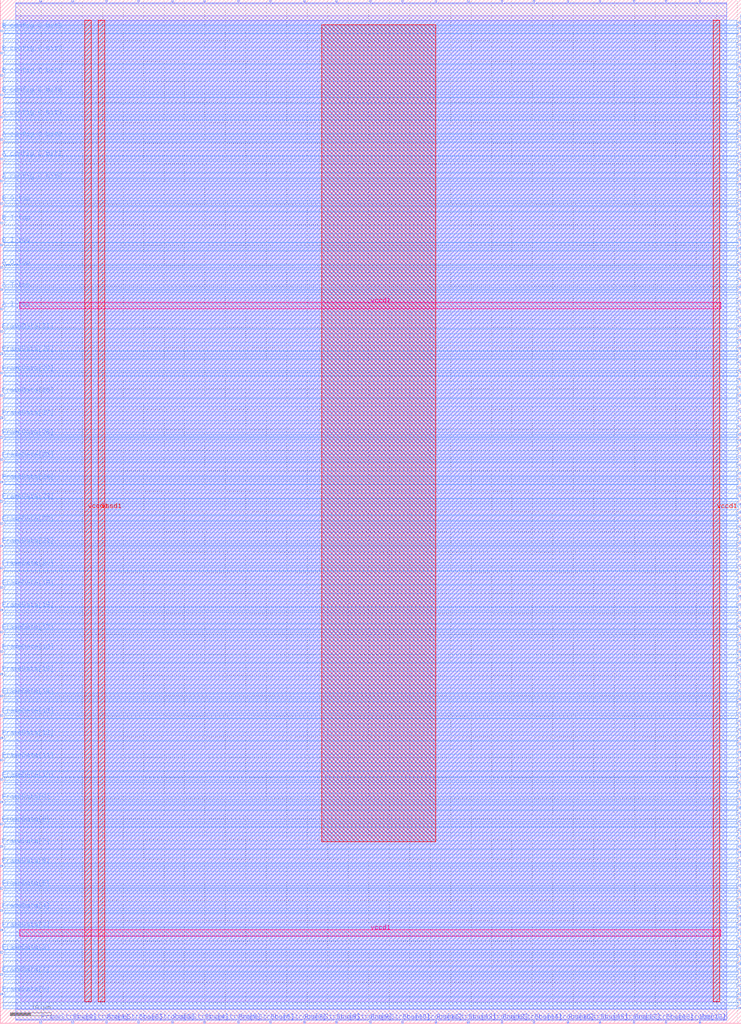
<source format=lef>
VERSION 5.7 ;
  NOWIREEXTENSIONATPIN ON ;
  DIVIDERCHAR "/" ;
  BUSBITCHARS "[]" ;
MACRO W_IO
  CLASS BLOCK ;
  FOREIGN W_IO ;
  ORIGIN 0.000 0.000 ;
  SIZE 181.000 BY 250.000 ;
  PIN A_I_top
    DIRECTION OUTPUT TRISTATE ;
    USE SIGNAL ;
    ANTENNADIFFAREA 0.795200 ;
    PORT
      LAYER met3 ;
        RECT 0.000 174.230 0.700 174.610 ;
    END
  END A_I_top
  PIN A_O_top
    DIRECTION INPUT ;
    USE SIGNAL ;
    ANTENNAGATEAREA 0.159000 ;
    PORT
      LAYER met3 ;
        RECT 0.000 184.430 0.700 184.810 ;
    END
  END A_O_top
  PIN A_T_top
    DIRECTION OUTPUT TRISTATE ;
    USE SIGNAL ;
    ANTENNADIFFAREA 0.795200 ;
    PORT
      LAYER met3 ;
        RECT 0.000 178.990 0.700 179.370 ;
    END
  END A_T_top
  PIN A_config_C_bit0
    DIRECTION OUTPUT TRISTATE ;
    USE SIGNAL ;
    ANTENNADIFFAREA 0.795200 ;
    PORT
      LAYER met3 ;
        RECT 0.000 205.510 0.700 205.890 ;
    END
  END A_config_C_bit0
  PIN A_config_C_bit1
    DIRECTION OUTPUT TRISTATE ;
    USE SIGNAL ;
    ANTENNADIFFAREA 0.795200 ;
    PORT
      LAYER met3 ;
        RECT 0.000 210.950 0.700 211.330 ;
    END
  END A_config_C_bit1
  PIN A_config_C_bit2
    DIRECTION OUTPUT TRISTATE ;
    USE SIGNAL ;
    ANTENNADIFFAREA 0.795200 ;
    PORT
      LAYER met3 ;
        RECT 0.000 215.710 0.700 216.090 ;
    END
  END A_config_C_bit2
  PIN A_config_C_bit3
    DIRECTION OUTPUT TRISTATE ;
    USE SIGNAL ;
    ANTENNADIFFAREA 0.795200 ;
    PORT
      LAYER met3 ;
        RECT 0.000 221.150 0.700 221.530 ;
    END
  END A_config_C_bit3
  PIN B_I_top
    DIRECTION OUTPUT TRISTATE ;
    USE SIGNAL ;
    ANTENNADIFFAREA 0.795200 ;
    PORT
      LAYER met3 ;
        RECT 0.000 189.870 0.700 190.250 ;
    END
  END B_I_top
  PIN B_O_top
    DIRECTION INPUT ;
    USE SIGNAL ;
    ANTENNAGATEAREA 0.159000 ;
    PORT
      LAYER met3 ;
        RECT 0.000 200.070 0.700 200.450 ;
    END
  END B_O_top
  PIN B_T_top
    DIRECTION OUTPUT TRISTATE ;
    USE SIGNAL ;
    ANTENNADIFFAREA 0.795200 ;
    PORT
      LAYER met3 ;
        RECT 0.000 195.310 0.700 195.690 ;
    END
  END B_T_top
  PIN B_config_C_bit0
    DIRECTION OUTPUT TRISTATE ;
    USE SIGNAL ;
    ANTENNADIFFAREA 0.795200 ;
    PORT
      LAYER met3 ;
        RECT 0.000 226.590 0.700 226.970 ;
    END
  END B_config_C_bit0
  PIN B_config_C_bit1
    DIRECTION OUTPUT TRISTATE ;
    USE SIGNAL ;
    ANTENNADIFFAREA 0.795200 ;
    PORT
      LAYER met3 ;
        RECT 0.000 231.350 0.700 231.730 ;
    END
  END B_config_C_bit1
  PIN B_config_C_bit2
    DIRECTION OUTPUT TRISTATE ;
    USE SIGNAL ;
    ANTENNADIFFAREA 0.795200 ;
    PORT
      LAYER met3 ;
        RECT 0.000 236.790 0.700 237.170 ;
    END
  END B_config_C_bit2
  PIN B_config_C_bit3
    DIRECTION OUTPUT TRISTATE ;
    USE SIGNAL ;
    ANTENNADIFFAREA 0.795200 ;
    PORT
      LAYER met3 ;
        RECT 0.000 242.230 0.700 242.610 ;
    END
  END B_config_C_bit3
  PIN E1BEG[0]
    DIRECTION OUTPUT TRISTATE ;
    USE SIGNAL ;
    ANTENNADIFFAREA 0.795200 ;
    PORT
      LAYER met3 ;
        RECT 180.300 3.550 181.000 3.930 ;
    END
  END E1BEG[0]
  PIN E1BEG[1]
    DIRECTION OUTPUT TRISTATE ;
    USE SIGNAL ;
    ANTENNADIFFAREA 0.795200 ;
    PORT
      LAYER met3 ;
        RECT 180.300 5.590 181.000 5.970 ;
    END
  END E1BEG[1]
  PIN E1BEG[2]
    DIRECTION OUTPUT TRISTATE ;
    USE SIGNAL ;
    ANTENNADIFFAREA 0.795200 ;
    PORT
      LAYER met3 ;
        RECT 180.300 6.950 181.000 7.330 ;
    END
  END E1BEG[2]
  PIN E1BEG[3]
    DIRECTION OUTPUT TRISTATE ;
    USE SIGNAL ;
    ANTENNADIFFAREA 0.445500 ;
    PORT
      LAYER met3 ;
        RECT 180.300 8.990 181.000 9.370 ;
    END
  END E1BEG[3]
  PIN E2BEG[0]
    DIRECTION OUTPUT TRISTATE ;
    USE SIGNAL ;
    ANTENNADIFFAREA 0.795200 ;
    PORT
      LAYER met3 ;
        RECT 180.300 11.030 181.000 11.410 ;
    END
  END E2BEG[0]
  PIN E2BEG[1]
    DIRECTION OUTPUT TRISTATE ;
    USE SIGNAL ;
    ANTENNADIFFAREA 0.795200 ;
    PORT
      LAYER met3 ;
        RECT 180.300 13.070 181.000 13.450 ;
    END
  END E2BEG[1]
  PIN E2BEG[2]
    DIRECTION OUTPUT TRISTATE ;
    USE SIGNAL ;
    ANTENNADIFFAREA 0.795200 ;
    PORT
      LAYER met3 ;
        RECT 180.300 14.430 181.000 14.810 ;
    END
  END E2BEG[2]
  PIN E2BEG[3]
    DIRECTION OUTPUT TRISTATE ;
    USE SIGNAL ;
    ANTENNADIFFAREA 0.795200 ;
    PORT
      LAYER met3 ;
        RECT 180.300 16.470 181.000 16.850 ;
    END
  END E2BEG[3]
  PIN E2BEG[4]
    DIRECTION OUTPUT TRISTATE ;
    USE SIGNAL ;
    ANTENNADIFFAREA 0.795200 ;
    PORT
      LAYER met3 ;
        RECT 180.300 18.510 181.000 18.890 ;
    END
  END E2BEG[4]
  PIN E2BEG[5]
    DIRECTION OUTPUT TRISTATE ;
    USE SIGNAL ;
    ANTENNADIFFAREA 0.795200 ;
    PORT
      LAYER met3 ;
        RECT 180.300 20.550 181.000 20.930 ;
    END
  END E2BEG[5]
  PIN E2BEG[6]
    DIRECTION OUTPUT TRISTATE ;
    USE SIGNAL ;
    ANTENNADIFFAREA 0.795200 ;
    PORT
      LAYER met3 ;
        RECT 180.300 22.590 181.000 22.970 ;
    END
  END E2BEG[6]
  PIN E2BEG[7]
    DIRECTION OUTPUT TRISTATE ;
    USE SIGNAL ;
    ANTENNADIFFAREA 0.795200 ;
    PORT
      LAYER met3 ;
        RECT 180.300 23.950 181.000 24.330 ;
    END
  END E2BEG[7]
  PIN E2BEGb[0]
    DIRECTION OUTPUT TRISTATE ;
    USE SIGNAL ;
    ANTENNADIFFAREA 0.445500 ;
    PORT
      LAYER met3 ;
        RECT 180.300 25.990 181.000 26.370 ;
    END
  END E2BEGb[0]
  PIN E2BEGb[1]
    DIRECTION OUTPUT TRISTATE ;
    USE SIGNAL ;
    ANTENNADIFFAREA 0.795200 ;
    PORT
      LAYER met3 ;
        RECT 180.300 28.030 181.000 28.410 ;
    END
  END E2BEGb[1]
  PIN E2BEGb[2]
    DIRECTION OUTPUT TRISTATE ;
    USE SIGNAL ;
    ANTENNADIFFAREA 0.795200 ;
    PORT
      LAYER met3 ;
        RECT 180.300 30.070 181.000 30.450 ;
    END
  END E2BEGb[2]
  PIN E2BEGb[3]
    DIRECTION OUTPUT TRISTATE ;
    USE SIGNAL ;
    ANTENNADIFFAREA 0.445500 ;
    PORT
      LAYER met3 ;
        RECT 180.300 32.110 181.000 32.490 ;
    END
  END E2BEGb[3]
  PIN E2BEGb[4]
    DIRECTION OUTPUT TRISTATE ;
    USE SIGNAL ;
    ANTENNADIFFAREA 0.795200 ;
    PORT
      LAYER met3 ;
        RECT 180.300 33.470 181.000 33.850 ;
    END
  END E2BEGb[4]
  PIN E2BEGb[5]
    DIRECTION OUTPUT TRISTATE ;
    USE SIGNAL ;
    ANTENNADIFFAREA 0.445500 ;
    PORT
      LAYER met3 ;
        RECT 180.300 35.510 181.000 35.890 ;
    END
  END E2BEGb[5]
  PIN E2BEGb[6]
    DIRECTION OUTPUT TRISTATE ;
    USE SIGNAL ;
    ANTENNADIFFAREA 0.795200 ;
    PORT
      LAYER met3 ;
        RECT 180.300 37.550 181.000 37.930 ;
    END
  END E2BEGb[6]
  PIN E2BEGb[7]
    DIRECTION OUTPUT TRISTATE ;
    USE SIGNAL ;
    ANTENNADIFFAREA 0.795200 ;
    PORT
      LAYER met3 ;
        RECT 180.300 39.590 181.000 39.970 ;
    END
  END E2BEGb[7]
  PIN E6BEG[0]
    DIRECTION OUTPUT TRISTATE ;
    USE SIGNAL ;
    ANTENNADIFFAREA 0.795200 ;
    PORT
      LAYER met3 ;
        RECT 180.300 71.550 181.000 71.930 ;
    END
  END E6BEG[0]
  PIN E6BEG[10]
    DIRECTION OUTPUT TRISTATE ;
    USE SIGNAL ;
    ANTENNADIFFAREA 0.445500 ;
    PORT
      LAYER met3 ;
        RECT 180.300 90.590 181.000 90.970 ;
    END
  END E6BEG[10]
  PIN E6BEG[11]
    DIRECTION OUTPUT TRISTATE ;
    USE SIGNAL ;
    ANTENNADIFFAREA 0.795200 ;
    PORT
      LAYER met3 ;
        RECT 180.300 92.630 181.000 93.010 ;
    END
  END E6BEG[11]
  PIN E6BEG[1]
    DIRECTION OUTPUT TRISTATE ;
    USE SIGNAL ;
    ANTENNADIFFAREA 0.445500 ;
    PORT
      LAYER met3 ;
        RECT 180.300 73.590 181.000 73.970 ;
    END
  END E6BEG[1]
  PIN E6BEG[2]
    DIRECTION OUTPUT TRISTATE ;
    USE SIGNAL ;
    ANTENNADIFFAREA 0.795200 ;
    PORT
      LAYER met3 ;
        RECT 180.300 75.630 181.000 76.010 ;
    END
  END E6BEG[2]
  PIN E6BEG[3]
    DIRECTION OUTPUT TRISTATE ;
    USE SIGNAL ;
    ANTENNADIFFAREA 0.795200 ;
    PORT
      LAYER met3 ;
        RECT 180.300 77.670 181.000 78.050 ;
    END
  END E6BEG[3]
  PIN E6BEG[4]
    DIRECTION OUTPUT TRISTATE ;
    USE SIGNAL ;
    ANTENNADIFFAREA 0.445500 ;
    PORT
      LAYER met3 ;
        RECT 180.300 79.030 181.000 79.410 ;
    END
  END E6BEG[4]
  PIN E6BEG[5]
    DIRECTION OUTPUT TRISTATE ;
    USE SIGNAL ;
    ANTENNADIFFAREA 0.795200 ;
    PORT
      LAYER met3 ;
        RECT 180.300 81.070 181.000 81.450 ;
    END
  END E6BEG[5]
  PIN E6BEG[6]
    DIRECTION OUTPUT TRISTATE ;
    USE SIGNAL ;
    ANTENNADIFFAREA 0.795200 ;
    PORT
      LAYER met3 ;
        RECT 180.300 83.110 181.000 83.490 ;
    END
  END E6BEG[6]
  PIN E6BEG[7]
    DIRECTION OUTPUT TRISTATE ;
    USE SIGNAL ;
    ANTENNADIFFAREA 0.445500 ;
    PORT
      LAYER met3 ;
        RECT 180.300 85.150 181.000 85.530 ;
    END
  END E6BEG[7]
  PIN E6BEG[8]
    DIRECTION OUTPUT TRISTATE ;
    USE SIGNAL ;
    ANTENNADIFFAREA 0.795200 ;
    PORT
      LAYER met3 ;
        RECT 180.300 87.190 181.000 87.570 ;
    END
  END E6BEG[8]
  PIN E6BEG[9]
    DIRECTION OUTPUT TRISTATE ;
    USE SIGNAL ;
    ANTENNADIFFAREA 0.795200 ;
    PORT
      LAYER met3 ;
        RECT 180.300 88.550 181.000 88.930 ;
    END
  END E6BEG[9]
  PIN EE4BEG[0]
    DIRECTION OUTPUT TRISTATE ;
    USE SIGNAL ;
    ANTENNADIFFAREA 0.795200 ;
    PORT
      LAYER met3 ;
        RECT 180.300 41.630 181.000 42.010 ;
    END
  END EE4BEG[0]
  PIN EE4BEG[10]
    DIRECTION OUTPUT TRISTATE ;
    USE SIGNAL ;
    ANTENNADIFFAREA 0.795200 ;
    PORT
      LAYER met3 ;
        RECT 180.300 60.670 181.000 61.050 ;
    END
  END EE4BEG[10]
  PIN EE4BEG[11]
    DIRECTION OUTPUT TRISTATE ;
    USE SIGNAL ;
    ANTENNADIFFAREA 0.795200 ;
    PORT
      LAYER met3 ;
        RECT 180.300 62.030 181.000 62.410 ;
    END
  END EE4BEG[11]
  PIN EE4BEG[12]
    DIRECTION OUTPUT TRISTATE ;
    USE SIGNAL ;
    ANTENNADIFFAREA 0.445500 ;
    PORT
      LAYER met3 ;
        RECT 180.300 64.070 181.000 64.450 ;
    END
  END EE4BEG[12]
  PIN EE4BEG[13]
    DIRECTION OUTPUT TRISTATE ;
    USE SIGNAL ;
    ANTENNADIFFAREA 0.795200 ;
    PORT
      LAYER met3 ;
        RECT 180.300 66.110 181.000 66.490 ;
    END
  END EE4BEG[13]
  PIN EE4BEG[14]
    DIRECTION OUTPUT TRISTATE ;
    USE SIGNAL ;
    ANTENNADIFFAREA 0.795200 ;
    PORT
      LAYER met3 ;
        RECT 180.300 68.150 181.000 68.530 ;
    END
  END EE4BEG[14]
  PIN EE4BEG[15]
    DIRECTION OUTPUT TRISTATE ;
    USE SIGNAL ;
    ANTENNADIFFAREA 0.795200 ;
    PORT
      LAYER met3 ;
        RECT 180.300 69.510 181.000 69.890 ;
    END
  END EE4BEG[15]
  PIN EE4BEG[1]
    DIRECTION OUTPUT TRISTATE ;
    USE SIGNAL ;
    ANTENNADIFFAREA 0.795200 ;
    PORT
      LAYER met3 ;
        RECT 180.300 42.990 181.000 43.370 ;
    END
  END EE4BEG[1]
  PIN EE4BEG[2]
    DIRECTION OUTPUT TRISTATE ;
    USE SIGNAL ;
    ANTENNADIFFAREA 0.795200 ;
    PORT
      LAYER met3 ;
        RECT 180.300 45.030 181.000 45.410 ;
    END
  END EE4BEG[2]
  PIN EE4BEG[3]
    DIRECTION OUTPUT TRISTATE ;
    USE SIGNAL ;
    ANTENNADIFFAREA 0.795200 ;
    PORT
      LAYER met3 ;
        RECT 180.300 47.070 181.000 47.450 ;
    END
  END EE4BEG[3]
  PIN EE4BEG[4]
    DIRECTION OUTPUT TRISTATE ;
    USE SIGNAL ;
    ANTENNADIFFAREA 0.795200 ;
    PORT
      LAYER met3 ;
        RECT 180.300 49.110 181.000 49.490 ;
    END
  END EE4BEG[4]
  PIN EE4BEG[5]
    DIRECTION OUTPUT TRISTATE ;
    USE SIGNAL ;
    ANTENNADIFFAREA 0.795200 ;
    PORT
      LAYER met3 ;
        RECT 180.300 51.150 181.000 51.530 ;
    END
  END EE4BEG[5]
  PIN EE4BEG[6]
    DIRECTION OUTPUT TRISTATE ;
    USE SIGNAL ;
    ANTENNADIFFAREA 0.445500 ;
    PORT
      LAYER met3 ;
        RECT 180.300 52.510 181.000 52.890 ;
    END
  END EE4BEG[6]
  PIN EE4BEG[7]
    DIRECTION OUTPUT TRISTATE ;
    USE SIGNAL ;
    ANTENNADIFFAREA 0.795200 ;
    PORT
      LAYER met3 ;
        RECT 180.300 54.550 181.000 54.930 ;
    END
  END EE4BEG[7]
  PIN EE4BEG[8]
    DIRECTION OUTPUT TRISTATE ;
    USE SIGNAL ;
    ANTENNADIFFAREA 0.795200 ;
    PORT
      LAYER met3 ;
        RECT 180.300 56.590 181.000 56.970 ;
    END
  END EE4BEG[8]
  PIN EE4BEG[9]
    DIRECTION OUTPUT TRISTATE ;
    USE SIGNAL ;
    ANTENNADIFFAREA 0.445500 ;
    PORT
      LAYER met3 ;
        RECT 180.300 58.630 181.000 59.010 ;
    END
  END EE4BEG[9]
  PIN FrameData[0]
    DIRECTION INPUT ;
    USE SIGNAL ;
    ANTENNAGATEAREA 0.213000 ;
    PORT
      LAYER met3 ;
        RECT 0.000 6.950 0.700 7.330 ;
    END
  END FrameData[0]
  PIN FrameData[10]
    DIRECTION INPUT ;
    USE SIGNAL ;
    ANTENNAGATEAREA 0.126000 ;
    PORT
      LAYER met3 ;
        RECT 0.000 59.310 0.700 59.690 ;
    END
  END FrameData[10]
  PIN FrameData[11]
    DIRECTION INPUT ;
    USE SIGNAL ;
    ANTENNAGATEAREA 0.126000 ;
    PORT
      LAYER met3 ;
        RECT 0.000 64.070 0.700 64.450 ;
    END
  END FrameData[11]
  PIN FrameData[12]
    DIRECTION INPUT ;
    USE SIGNAL ;
    ANTENNAGATEAREA 0.213000 ;
    PORT
      LAYER met3 ;
        RECT 0.000 69.510 0.700 69.890 ;
    END
  END FrameData[12]
  PIN FrameData[13]
    DIRECTION INPUT ;
    USE SIGNAL ;
    ANTENNAGATEAREA 0.213000 ;
    PORT
      LAYER met3 ;
        RECT 0.000 74.950 0.700 75.330 ;
    END
  END FrameData[13]
  PIN FrameData[14]
    DIRECTION INPUT ;
    USE SIGNAL ;
    ANTENNAGATEAREA 0.213000 ;
    PORT
      LAYER met3 ;
        RECT 0.000 79.710 0.700 80.090 ;
    END
  END FrameData[14]
  PIN FrameData[15]
    DIRECTION INPUT ;
    USE SIGNAL ;
    ANTENNAGATEAREA 0.213000 ;
    PORT
      LAYER met3 ;
        RECT 0.000 85.150 0.700 85.530 ;
    END
  END FrameData[15]
  PIN FrameData[16]
    DIRECTION INPUT ;
    USE SIGNAL ;
    ANTENNAGATEAREA 0.213000 ;
    PORT
      LAYER met3 ;
        RECT 0.000 90.590 0.700 90.970 ;
    END
  END FrameData[16]
  PIN FrameData[17]
    DIRECTION INPUT ;
    USE SIGNAL ;
    ANTENNAGATEAREA 0.213000 ;
    PORT
      LAYER met3 ;
        RECT 0.000 95.350 0.700 95.730 ;
    END
  END FrameData[17]
  PIN FrameData[18]
    DIRECTION INPUT ;
    USE SIGNAL ;
    ANTENNAGATEAREA 0.213000 ;
    PORT
      LAYER met3 ;
        RECT 0.000 100.790 0.700 101.170 ;
    END
  END FrameData[18]
  PIN FrameData[19]
    DIRECTION INPUT ;
    USE SIGNAL ;
    ANTENNAGATEAREA 0.213000 ;
    PORT
      LAYER met3 ;
        RECT 0.000 106.230 0.700 106.610 ;
    END
  END FrameData[19]
  PIN FrameData[1]
    DIRECTION INPUT ;
    USE SIGNAL ;
    ANTENNAGATEAREA 0.213000 ;
    PORT
      LAYER met3 ;
        RECT 0.000 11.710 0.700 12.090 ;
    END
  END FrameData[1]
  PIN FrameData[20]
    DIRECTION INPUT ;
    USE SIGNAL ;
    ANTENNAGATEAREA 0.213000 ;
    PORT
      LAYER met3 ;
        RECT 0.000 110.990 0.700 111.370 ;
    END
  END FrameData[20]
  PIN FrameData[21]
    DIRECTION INPUT ;
    USE SIGNAL ;
    ANTENNAGATEAREA 0.213000 ;
    PORT
      LAYER met3 ;
        RECT 0.000 116.430 0.700 116.810 ;
    END
  END FrameData[21]
  PIN FrameData[22]
    DIRECTION INPUT ;
    USE SIGNAL ;
    ANTENNAGATEAREA 0.213000 ;
    PORT
      LAYER met3 ;
        RECT 0.000 121.870 0.700 122.250 ;
    END
  END FrameData[22]
  PIN FrameData[23]
    DIRECTION INPUT ;
    USE SIGNAL ;
    ANTENNAGATEAREA 0.213000 ;
    PORT
      LAYER met3 ;
        RECT 0.000 127.310 0.700 127.690 ;
    END
  END FrameData[23]
  PIN FrameData[24]
    DIRECTION INPUT ;
    USE SIGNAL ;
    ANTENNAGATEAREA 0.213000 ;
    PORT
      LAYER met3 ;
        RECT 0.000 132.070 0.700 132.450 ;
    END
  END FrameData[24]
  PIN FrameData[25]
    DIRECTION INPUT ;
    USE SIGNAL ;
    ANTENNAGATEAREA 0.213000 ;
    PORT
      LAYER met3 ;
        RECT 0.000 137.510 0.700 137.890 ;
    END
  END FrameData[25]
  PIN FrameData[26]
    DIRECTION INPUT ;
    USE SIGNAL ;
    ANTENNAGATEAREA 0.213000 ;
    PORT
      LAYER met3 ;
        RECT 0.000 142.950 0.700 143.330 ;
    END
  END FrameData[26]
  PIN FrameData[27]
    DIRECTION INPUT ;
    USE SIGNAL ;
    ANTENNAGATEAREA 0.213000 ;
    PORT
      LAYER met3 ;
        RECT 0.000 147.710 0.700 148.090 ;
    END
  END FrameData[27]
  PIN FrameData[28]
    DIRECTION INPUT ;
    USE SIGNAL ;
    ANTENNAGATEAREA 0.213000 ;
    PORT
      LAYER met3 ;
        RECT 0.000 153.150 0.700 153.530 ;
    END
  END FrameData[28]
  PIN FrameData[29]
    DIRECTION INPUT ;
    USE SIGNAL ;
    ANTENNAGATEAREA 0.213000 ;
    PORT
      LAYER met3 ;
        RECT 0.000 158.590 0.700 158.970 ;
    END
  END FrameData[29]
  PIN FrameData[2]
    DIRECTION INPUT ;
    USE SIGNAL ;
    ANTENNAGATEAREA 0.213000 ;
    PORT
      LAYER met3 ;
        RECT 0.000 17.150 0.700 17.530 ;
    END
  END FrameData[2]
  PIN FrameData[30]
    DIRECTION INPUT ;
    USE SIGNAL ;
    ANTENNAGATEAREA 0.213000 ;
    PORT
      LAYER met3 ;
        RECT 0.000 163.350 0.700 163.730 ;
    END
  END FrameData[30]
  PIN FrameData[31]
    DIRECTION INPUT ;
    USE SIGNAL ;
    ANTENNAGATEAREA 0.213000 ;
    PORT
      LAYER met3 ;
        RECT 0.000 168.790 0.700 169.170 ;
    END
  END FrameData[31]
  PIN FrameData[3]
    DIRECTION INPUT ;
    USE SIGNAL ;
    ANTENNAGATEAREA 0.213000 ;
    PORT
      LAYER met3 ;
        RECT 0.000 22.590 0.700 22.970 ;
    END
  END FrameData[3]
  PIN FrameData[4]
    DIRECTION INPUT ;
    USE SIGNAL ;
    ANTENNAGATEAREA 0.159000 ;
    PORT
      LAYER met3 ;
        RECT 0.000 27.350 0.700 27.730 ;
    END
  END FrameData[4]
  PIN FrameData[5]
    DIRECTION INPUT ;
    USE SIGNAL ;
    ANTENNAGATEAREA 0.159000 ;
    PORT
      LAYER met3 ;
        RECT 0.000 32.790 0.700 33.170 ;
    END
  END FrameData[5]
  PIN FrameData[6]
    DIRECTION INPUT ;
    USE SIGNAL ;
    ANTENNAGATEAREA 0.213000 ;
    PORT
      LAYER met3 ;
        RECT 0.000 38.230 0.700 38.610 ;
    END
  END FrameData[6]
  PIN FrameData[7]
    DIRECTION INPUT ;
    USE SIGNAL ;
    ANTENNAGATEAREA 0.213000 ;
    PORT
      LAYER met3 ;
        RECT 0.000 42.990 0.700 43.370 ;
    END
  END FrameData[7]
  PIN FrameData[8]
    DIRECTION INPUT ;
    USE SIGNAL ;
    ANTENNAGATEAREA 0.159000 ;
    PORT
      LAYER met3 ;
        RECT 0.000 48.430 0.700 48.810 ;
    END
  END FrameData[8]
  PIN FrameData[9]
    DIRECTION INPUT ;
    USE SIGNAL ;
    ANTENNAGATEAREA 0.159000 ;
    PORT
      LAYER met3 ;
        RECT 0.000 53.870 0.700 54.250 ;
    END
  END FrameData[9]
  PIN FrameData_O[0]
    DIRECTION OUTPUT TRISTATE ;
    USE SIGNAL ;
    ANTENNADIFFAREA 0.795200 ;
    PORT
      LAYER met3 ;
        RECT 180.300 185.790 181.000 186.170 ;
    END
  END FrameData_O[0]
  PIN FrameData_O[10]
    DIRECTION OUTPUT TRISTATE ;
    USE SIGNAL ;
    ANTENNADIFFAREA 0.795200 ;
    PORT
      LAYER met3 ;
        RECT 180.300 204.830 181.000 205.210 ;
    END
  END FrameData_O[10]
  PIN FrameData_O[11]
    DIRECTION OUTPUT TRISTATE ;
    USE SIGNAL ;
    ANTENNADIFFAREA 0.795200 ;
    PORT
      LAYER met3 ;
        RECT 180.300 206.870 181.000 207.250 ;
    END
  END FrameData_O[11]
  PIN FrameData_O[12]
    DIRECTION OUTPUT TRISTATE ;
    USE SIGNAL ;
    ANTENNADIFFAREA 0.445500 ;
    PORT
      LAYER met3 ;
        RECT 180.300 208.230 181.000 208.610 ;
    END
  END FrameData_O[12]
  PIN FrameData_O[13]
    DIRECTION OUTPUT TRISTATE ;
    USE SIGNAL ;
    ANTENNADIFFAREA 0.795200 ;
    PORT
      LAYER met3 ;
        RECT 180.300 210.270 181.000 210.650 ;
    END
  END FrameData_O[13]
  PIN FrameData_O[14]
    DIRECTION OUTPUT TRISTATE ;
    USE SIGNAL ;
    ANTENNADIFFAREA 0.795200 ;
    PORT
      LAYER met3 ;
        RECT 180.300 212.310 181.000 212.690 ;
    END
  END FrameData_O[14]
  PIN FrameData_O[15]
    DIRECTION OUTPUT TRISTATE ;
    USE SIGNAL ;
    ANTENNADIFFAREA 0.445500 ;
    PORT
      LAYER met3 ;
        RECT 180.300 214.350 181.000 214.730 ;
    END
  END FrameData_O[15]
  PIN FrameData_O[16]
    DIRECTION OUTPUT TRISTATE ;
    USE SIGNAL ;
    ANTENNADIFFAREA 0.795200 ;
    PORT
      LAYER met3 ;
        RECT 180.300 216.390 181.000 216.770 ;
    END
  END FrameData_O[16]
  PIN FrameData_O[17]
    DIRECTION OUTPUT TRISTATE ;
    USE SIGNAL ;
    ANTENNADIFFAREA 0.795200 ;
    PORT
      LAYER met3 ;
        RECT 180.300 217.750 181.000 218.130 ;
    END
  END FrameData_O[17]
  PIN FrameData_O[18]
    DIRECTION OUTPUT TRISTATE ;
    USE SIGNAL ;
    ANTENNADIFFAREA 0.795200 ;
    PORT
      LAYER met3 ;
        RECT 180.300 219.790 181.000 220.170 ;
    END
  END FrameData_O[18]
  PIN FrameData_O[19]
    DIRECTION OUTPUT TRISTATE ;
    USE SIGNAL ;
    ANTENNADIFFAREA 0.795200 ;
    PORT
      LAYER met3 ;
        RECT 180.300 221.830 181.000 222.210 ;
    END
  END FrameData_O[19]
  PIN FrameData_O[1]
    DIRECTION OUTPUT TRISTATE ;
    USE SIGNAL ;
    ANTENNADIFFAREA 0.795200 ;
    PORT
      LAYER met3 ;
        RECT 180.300 187.830 181.000 188.210 ;
    END
  END FrameData_O[1]
  PIN FrameData_O[20]
    DIRECTION OUTPUT TRISTATE ;
    USE SIGNAL ;
    ANTENNADIFFAREA 0.445500 ;
    PORT
      LAYER met3 ;
        RECT 180.300 223.870 181.000 224.250 ;
    END
  END FrameData_O[20]
  PIN FrameData_O[21]
    DIRECTION OUTPUT TRISTATE ;
    USE SIGNAL ;
    ANTENNADIFFAREA 0.795200 ;
    PORT
      LAYER met3 ;
        RECT 180.300 225.230 181.000 225.610 ;
    END
  END FrameData_O[21]
  PIN FrameData_O[22]
    DIRECTION OUTPUT TRISTATE ;
    USE SIGNAL ;
    ANTENNADIFFAREA 0.795200 ;
    PORT
      LAYER met3 ;
        RECT 180.300 227.270 181.000 227.650 ;
    END
  END FrameData_O[22]
  PIN FrameData_O[23]
    DIRECTION OUTPUT TRISTATE ;
    USE SIGNAL ;
    ANTENNADIFFAREA 0.445500 ;
    PORT
      LAYER met3 ;
        RECT 180.300 229.310 181.000 229.690 ;
    END
  END FrameData_O[23]
  PIN FrameData_O[24]
    DIRECTION OUTPUT TRISTATE ;
    USE SIGNAL ;
    ANTENNADIFFAREA 0.795200 ;
    PORT
      LAYER met3 ;
        RECT 180.300 231.350 181.000 231.730 ;
    END
  END FrameData_O[24]
  PIN FrameData_O[25]
    DIRECTION OUTPUT TRISTATE ;
    USE SIGNAL ;
    ANTENNADIFFAREA 0.795200 ;
    PORT
      LAYER met3 ;
        RECT 180.300 233.390 181.000 233.770 ;
    END
  END FrameData_O[25]
  PIN FrameData_O[26]
    DIRECTION OUTPUT TRISTATE ;
    USE SIGNAL ;
    ANTENNADIFFAREA 0.445500 ;
    PORT
      LAYER met3 ;
        RECT 180.300 234.750 181.000 235.130 ;
    END
  END FrameData_O[26]
  PIN FrameData_O[27]
    DIRECTION OUTPUT TRISTATE ;
    USE SIGNAL ;
    ANTENNADIFFAREA 0.795200 ;
    PORT
      LAYER met3 ;
        RECT 180.300 236.790 181.000 237.170 ;
    END
  END FrameData_O[27]
  PIN FrameData_O[28]
    DIRECTION OUTPUT TRISTATE ;
    USE SIGNAL ;
    ANTENNADIFFAREA 0.795200 ;
    PORT
      LAYER met3 ;
        RECT 180.300 238.830 181.000 239.210 ;
    END
  END FrameData_O[28]
  PIN FrameData_O[29]
    DIRECTION OUTPUT TRISTATE ;
    USE SIGNAL ;
    ANTENNADIFFAREA 0.795200 ;
    PORT
      LAYER met3 ;
        RECT 180.300 240.870 181.000 241.250 ;
    END
  END FrameData_O[29]
  PIN FrameData_O[2]
    DIRECTION OUTPUT TRISTATE ;
    USE SIGNAL ;
    ANTENNADIFFAREA 0.795200 ;
    PORT
      LAYER met3 ;
        RECT 180.300 189.190 181.000 189.570 ;
    END
  END FrameData_O[2]
  PIN FrameData_O[30]
    DIRECTION OUTPUT TRISTATE ;
    USE SIGNAL ;
    ANTENNADIFFAREA 0.795200 ;
    PORT
      LAYER met3 ;
        RECT 180.300 242.910 181.000 243.290 ;
    END
  END FrameData_O[30]
  PIN FrameData_O[31]
    DIRECTION OUTPUT TRISTATE ;
    USE SIGNAL ;
    ANTENNADIFFAREA 0.795200 ;
    PORT
      LAYER met3 ;
        RECT 180.300 244.270 181.000 244.650 ;
    END
  END FrameData_O[31]
  PIN FrameData_O[3]
    DIRECTION OUTPUT TRISTATE ;
    USE SIGNAL ;
    ANTENNADIFFAREA 0.795200 ;
    PORT
      LAYER met3 ;
        RECT 180.300 191.230 181.000 191.610 ;
    END
  END FrameData_O[3]
  PIN FrameData_O[4]
    DIRECTION OUTPUT TRISTATE ;
    USE SIGNAL ;
    ANTENNADIFFAREA 0.795200 ;
    PORT
      LAYER met3 ;
        RECT 180.300 193.270 181.000 193.650 ;
    END
  END FrameData_O[4]
  PIN FrameData_O[5]
    DIRECTION OUTPUT TRISTATE ;
    USE SIGNAL ;
    ANTENNADIFFAREA 0.795200 ;
    PORT
      LAYER met3 ;
        RECT 180.300 195.310 181.000 195.690 ;
    END
  END FrameData_O[5]
  PIN FrameData_O[6]
    DIRECTION OUTPUT TRISTATE ;
    USE SIGNAL ;
    ANTENNADIFFAREA 0.795200 ;
    PORT
      LAYER met3 ;
        RECT 180.300 197.350 181.000 197.730 ;
    END
  END FrameData_O[6]
  PIN FrameData_O[7]
    DIRECTION OUTPUT TRISTATE ;
    USE SIGNAL ;
    ANTENNADIFFAREA 0.795200 ;
    PORT
      LAYER met3 ;
        RECT 180.300 198.710 181.000 199.090 ;
    END
  END FrameData_O[7]
  PIN FrameData_O[8]
    DIRECTION OUTPUT TRISTATE ;
    USE SIGNAL ;
    ANTENNADIFFAREA 0.795200 ;
    PORT
      LAYER met3 ;
        RECT 180.300 200.750 181.000 201.130 ;
    END
  END FrameData_O[8]
  PIN FrameData_O[9]
    DIRECTION OUTPUT TRISTATE ;
    USE SIGNAL ;
    ANTENNADIFFAREA 0.445500 ;
    PORT
      LAYER met3 ;
        RECT 180.300 202.790 181.000 203.170 ;
    END
  END FrameData_O[9]
  PIN FrameStrobe[0]
    DIRECTION INPUT ;
    USE SIGNAL ;
    ANTENNAGATEAREA 0.159000 ;
    PORT
      LAYER met2 ;
        RECT 9.700 0.000 10.080 0.700 ;
    END
  END FrameStrobe[0]
  PIN FrameStrobe[10]
    DIRECTION INPUT ;
    USE SIGNAL ;
    ANTENNAGATEAREA 0.213000 ;
    PORT
      LAYER met2 ;
        RECT 90.200 0.000 90.580 0.700 ;
    END
  END FrameStrobe[10]
  PIN FrameStrobe[11]
    DIRECTION INPUT ;
    USE SIGNAL ;
    ANTENNAGATEAREA 0.126000 ;
    PORT
      LAYER met2 ;
        RECT 98.020 0.000 98.400 0.700 ;
    END
  END FrameStrobe[11]
  PIN FrameStrobe[12]
    DIRECTION INPUT ;
    USE SIGNAL ;
    ANTENNAGATEAREA 0.213000 ;
    PORT
      LAYER met2 ;
        RECT 106.300 0.000 106.680 0.700 ;
    END
  END FrameStrobe[12]
  PIN FrameStrobe[13]
    DIRECTION INPUT ;
    USE SIGNAL ;
    ANTENNAGATEAREA 0.126000 ;
    PORT
      LAYER met2 ;
        RECT 114.120 0.000 114.500 0.700 ;
    END
  END FrameStrobe[13]
  PIN FrameStrobe[14]
    DIRECTION INPUT ;
    USE SIGNAL ;
    ANTENNAGATEAREA 0.126000 ;
    PORT
      LAYER met2 ;
        RECT 122.400 0.000 122.780 0.700 ;
    END
  END FrameStrobe[14]
  PIN FrameStrobe[15]
    DIRECTION INPUT ;
    USE SIGNAL ;
    ANTENNAGATEAREA 0.213000 ;
    PORT
      LAYER met2 ;
        RECT 130.220 0.000 130.600 0.700 ;
    END
  END FrameStrobe[15]
  PIN FrameStrobe[16]
    DIRECTION INPUT ;
    USE SIGNAL ;
    ANTENNAGATEAREA 0.213000 ;
    PORT
      LAYER met2 ;
        RECT 138.500 0.000 138.880 0.700 ;
    END
  END FrameStrobe[16]
  PIN FrameStrobe[17]
    DIRECTION INPUT ;
    USE SIGNAL ;
    ANTENNAGATEAREA 0.196500 ;
    PORT
      LAYER met2 ;
        RECT 146.320 0.000 146.700 0.700 ;
    END
  END FrameStrobe[17]
  PIN FrameStrobe[18]
    DIRECTION INPUT ;
    USE SIGNAL ;
    ANTENNAGATEAREA 0.196500 ;
    PORT
      LAYER met2 ;
        RECT 154.600 0.000 154.980 0.700 ;
    END
  END FrameStrobe[18]
  PIN FrameStrobe[19]
    DIRECTION INPUT ;
    USE SIGNAL ;
    ANTENNAGATEAREA 0.196500 ;
    PORT
      LAYER met2 ;
        RECT 162.420 0.000 162.800 0.700 ;
    END
  END FrameStrobe[19]
  PIN FrameStrobe[1]
    DIRECTION INPUT ;
    USE SIGNAL ;
    ANTENNAGATEAREA 0.196500 ;
    PORT
      LAYER met2 ;
        RECT 17.520 0.000 17.900 0.700 ;
    END
  END FrameStrobe[1]
  PIN FrameStrobe[2]
    DIRECTION INPUT ;
    USE SIGNAL ;
    ANTENNAGATEAREA 0.213000 ;
    PORT
      LAYER met2 ;
        RECT 25.800 0.000 26.180 0.700 ;
    END
  END FrameStrobe[2]
  PIN FrameStrobe[3]
    DIRECTION INPUT ;
    USE SIGNAL ;
    ANTENNAGATEAREA 0.126000 ;
    PORT
      LAYER met2 ;
        RECT 33.620 0.000 34.000 0.700 ;
    END
  END FrameStrobe[3]
  PIN FrameStrobe[4]
    DIRECTION INPUT ;
    USE SIGNAL ;
    ANTENNAGATEAREA 0.213000 ;
    PORT
      LAYER met2 ;
        RECT 41.900 0.000 42.280 0.700 ;
    END
  END FrameStrobe[4]
  PIN FrameStrobe[5]
    DIRECTION INPUT ;
    USE SIGNAL ;
    ANTENNAGATEAREA 0.213000 ;
    PORT
      LAYER met2 ;
        RECT 49.720 0.000 50.100 0.700 ;
    END
  END FrameStrobe[5]
  PIN FrameStrobe[6]
    DIRECTION INPUT ;
    USE SIGNAL ;
    ANTENNAGATEAREA 0.159000 ;
    PORT
      LAYER met2 ;
        RECT 58.000 0.000 58.380 0.700 ;
    END
  END FrameStrobe[6]
  PIN FrameStrobe[7]
    DIRECTION INPUT ;
    USE SIGNAL ;
    ANTENNAGATEAREA 0.213000 ;
    PORT
      LAYER met2 ;
        RECT 65.820 0.000 66.200 0.700 ;
    END
  END FrameStrobe[7]
  PIN FrameStrobe[8]
    DIRECTION INPUT ;
    USE SIGNAL ;
    ANTENNAGATEAREA 0.213000 ;
    PORT
      LAYER met2 ;
        RECT 74.100 0.000 74.480 0.700 ;
    END
  END FrameStrobe[8]
  PIN FrameStrobe[9]
    DIRECTION INPUT ;
    USE SIGNAL ;
    ANTENNAGATEAREA 0.213000 ;
    PORT
      LAYER met2 ;
        RECT 81.920 0.000 82.300 0.700 ;
    END
  END FrameStrobe[9]
  PIN FrameStrobe_O[0]
    DIRECTION OUTPUT TRISTATE ;
    USE SIGNAL ;
    ANTENNADIFFAREA 0.445500 ;
    PORT
      LAYER met2 ;
        RECT 9.700 249.300 10.080 250.000 ;
    END
  END FrameStrobe_O[0]
  PIN FrameStrobe_O[10]
    DIRECTION OUTPUT TRISTATE ;
    USE SIGNAL ;
    ANTENNADIFFAREA 0.445500 ;
    PORT
      LAYER met2 ;
        RECT 90.200 249.300 90.580 250.000 ;
    END
  END FrameStrobe_O[10]
  PIN FrameStrobe_O[11]
    DIRECTION OUTPUT TRISTATE ;
    USE SIGNAL ;
    ANTENNADIFFAREA 0.445500 ;
    PORT
      LAYER met2 ;
        RECT 98.020 249.300 98.400 250.000 ;
    END
  END FrameStrobe_O[11]
  PIN FrameStrobe_O[12]
    DIRECTION OUTPUT TRISTATE ;
    USE SIGNAL ;
    ANTENNADIFFAREA 0.445500 ;
    PORT
      LAYER met2 ;
        RECT 106.300 249.300 106.680 250.000 ;
    END
  END FrameStrobe_O[12]
  PIN FrameStrobe_O[13]
    DIRECTION OUTPUT TRISTATE ;
    USE SIGNAL ;
    ANTENNADIFFAREA 0.445500 ;
    PORT
      LAYER met2 ;
        RECT 114.120 249.300 114.500 250.000 ;
    END
  END FrameStrobe_O[13]
  PIN FrameStrobe_O[14]
    DIRECTION OUTPUT TRISTATE ;
    USE SIGNAL ;
    ANTENNADIFFAREA 0.445500 ;
    PORT
      LAYER met2 ;
        RECT 122.400 249.300 122.780 250.000 ;
    END
  END FrameStrobe_O[14]
  PIN FrameStrobe_O[15]
    DIRECTION OUTPUT TRISTATE ;
    USE SIGNAL ;
    ANTENNADIFFAREA 0.795200 ;
    PORT
      LAYER met2 ;
        RECT 130.220 249.300 130.600 250.000 ;
    END
  END FrameStrobe_O[15]
  PIN FrameStrobe_O[16]
    DIRECTION OUTPUT TRISTATE ;
    USE SIGNAL ;
    ANTENNADIFFAREA 0.445500 ;
    PORT
      LAYER met2 ;
        RECT 138.500 249.300 138.880 250.000 ;
    END
  END FrameStrobe_O[16]
  PIN FrameStrobe_O[17]
    DIRECTION OUTPUT TRISTATE ;
    USE SIGNAL ;
    ANTENNADIFFAREA 0.445500 ;
    PORT
      LAYER met2 ;
        RECT 146.320 249.300 146.700 250.000 ;
    END
  END FrameStrobe_O[17]
  PIN FrameStrobe_O[18]
    DIRECTION OUTPUT TRISTATE ;
    USE SIGNAL ;
    ANTENNADIFFAREA 0.445500 ;
    PORT
      LAYER met2 ;
        RECT 154.600 249.300 154.980 250.000 ;
    END
  END FrameStrobe_O[18]
  PIN FrameStrobe_O[19]
    DIRECTION OUTPUT TRISTATE ;
    USE SIGNAL ;
    ANTENNADIFFAREA 0.445500 ;
    PORT
      LAYER met2 ;
        RECT 162.420 249.300 162.800 250.000 ;
    END
  END FrameStrobe_O[19]
  PIN FrameStrobe_O[1]
    DIRECTION OUTPUT TRISTATE ;
    USE SIGNAL ;
    ANTENNADIFFAREA 0.445500 ;
    PORT
      LAYER met2 ;
        RECT 17.520 249.300 17.900 250.000 ;
    END
  END FrameStrobe_O[1]
  PIN FrameStrobe_O[2]
    DIRECTION OUTPUT TRISTATE ;
    USE SIGNAL ;
    ANTENNADIFFAREA 0.445500 ;
    PORT
      LAYER met2 ;
        RECT 25.800 249.300 26.180 250.000 ;
    END
  END FrameStrobe_O[2]
  PIN FrameStrobe_O[3]
    DIRECTION OUTPUT TRISTATE ;
    USE SIGNAL ;
    ANTENNADIFFAREA 0.795200 ;
    PORT
      LAYER met2 ;
        RECT 33.620 249.300 34.000 250.000 ;
    END
  END FrameStrobe_O[3]
  PIN FrameStrobe_O[4]
    DIRECTION OUTPUT TRISTATE ;
    USE SIGNAL ;
    ANTENNADIFFAREA 0.445500 ;
    PORT
      LAYER met2 ;
        RECT 41.900 249.300 42.280 250.000 ;
    END
  END FrameStrobe_O[4]
  PIN FrameStrobe_O[5]
    DIRECTION OUTPUT TRISTATE ;
    USE SIGNAL ;
    ANTENNADIFFAREA 0.445500 ;
    PORT
      LAYER met2 ;
        RECT 49.720 249.300 50.100 250.000 ;
    END
  END FrameStrobe_O[5]
  PIN FrameStrobe_O[6]
    DIRECTION OUTPUT TRISTATE ;
    USE SIGNAL ;
    ANTENNADIFFAREA 0.445500 ;
    PORT
      LAYER met2 ;
        RECT 58.000 249.300 58.380 250.000 ;
    END
  END FrameStrobe_O[6]
  PIN FrameStrobe_O[7]
    DIRECTION OUTPUT TRISTATE ;
    USE SIGNAL ;
    ANTENNADIFFAREA 0.445500 ;
    PORT
      LAYER met2 ;
        RECT 65.820 249.300 66.200 250.000 ;
    END
  END FrameStrobe_O[7]
  PIN FrameStrobe_O[8]
    DIRECTION OUTPUT TRISTATE ;
    USE SIGNAL ;
    ANTENNADIFFAREA 0.445500 ;
    PORT
      LAYER met2 ;
        RECT 74.100 249.300 74.480 250.000 ;
    END
  END FrameStrobe_O[8]
  PIN FrameStrobe_O[9]
    DIRECTION OUTPUT TRISTATE ;
    USE SIGNAL ;
    ANTENNADIFFAREA 0.795200 ;
    PORT
      LAYER met2 ;
        RECT 81.920 249.300 82.300 250.000 ;
    END
  END FrameStrobe_O[9]
  PIN UserCLK
    DIRECTION INPUT ;
    USE SIGNAL ;
    ANTENNAGATEAREA 0.852000 ;
    PORT
      LAYER met2 ;
        RECT 170.700 0.000 171.080 0.700 ;
    END
  END UserCLK
  PIN UserCLKo
    DIRECTION OUTPUT TRISTATE ;
    USE SIGNAL ;
    ANTENNADIFFAREA 0.340600 ;
    PORT
      LAYER met2 ;
        RECT 170.700 249.300 171.080 250.000 ;
    END
  END UserCLKo
  PIN W1END[0]
    DIRECTION INPUT ;
    USE SIGNAL ;
    ANTENNAGATEAREA 0.213000 ;
    PORT
      LAYER met3 ;
        RECT 180.300 94.670 181.000 95.050 ;
    END
  END W1END[0]
  PIN W1END[1]
    DIRECTION INPUT ;
    USE SIGNAL ;
    ANTENNAGATEAREA 0.213000 ;
    PORT
      LAYER met3 ;
        RECT 180.300 96.710 181.000 97.090 ;
    END
  END W1END[1]
  PIN W1END[2]
    DIRECTION INPUT ;
    USE SIGNAL ;
    ANTENNAGATEAREA 0.196500 ;
    PORT
      LAYER met3 ;
        RECT 180.300 98.070 181.000 98.450 ;
    END
  END W1END[2]
  PIN W1END[3]
    DIRECTION INPUT ;
    USE SIGNAL ;
    ANTENNAGATEAREA 0.213000 ;
    PORT
      LAYER met3 ;
        RECT 180.300 100.110 181.000 100.490 ;
    END
  END W1END[3]
  PIN W2END[0]
    DIRECTION INPUT ;
    USE SIGNAL ;
    ANTENNAGATEAREA 0.159000 ;
    PORT
      LAYER met3 ;
        RECT 180.300 117.110 181.000 117.490 ;
    END
  END W2END[0]
  PIN W2END[1]
    DIRECTION INPUT ;
    USE SIGNAL ;
    ANTENNAGATEAREA 0.213000 ;
    PORT
      LAYER met3 ;
        RECT 180.300 119.150 181.000 119.530 ;
    END
  END W2END[1]
  PIN W2END[2]
    DIRECTION INPUT ;
    USE SIGNAL ;
    ANTENNAGATEAREA 0.213000 ;
    PORT
      LAYER met3 ;
        RECT 180.300 121.190 181.000 121.570 ;
    END
  END W2END[2]
  PIN W2END[3]
    DIRECTION INPUT ;
    USE SIGNAL ;
    ANTENNAGATEAREA 0.213000 ;
    PORT
      LAYER met3 ;
        RECT 180.300 123.230 181.000 123.610 ;
    END
  END W2END[3]
  PIN W2END[4]
    DIRECTION INPUT ;
    USE SIGNAL ;
    ANTENNAGATEAREA 0.159000 ;
    PORT
      LAYER met3 ;
        RECT 180.300 124.590 181.000 124.970 ;
    END
  END W2END[4]
  PIN W2END[5]
    DIRECTION INPUT ;
    USE SIGNAL ;
    ANTENNAGATEAREA 0.159000 ;
    PORT
      LAYER met3 ;
        RECT 180.300 126.630 181.000 127.010 ;
    END
  END W2END[5]
  PIN W2END[6]
    DIRECTION INPUT ;
    USE SIGNAL ;
    ANTENNAGATEAREA 0.213000 ;
    PORT
      LAYER met3 ;
        RECT 180.300 128.670 181.000 129.050 ;
    END
  END W2END[6]
  PIN W2END[7]
    DIRECTION INPUT ;
    USE SIGNAL ;
    ANTENNAGATEAREA 0.213000 ;
    PORT
      LAYER met3 ;
        RECT 180.300 130.710 181.000 131.090 ;
    END
  END W2END[7]
  PIN W2MID[0]
    DIRECTION INPUT ;
    USE SIGNAL ;
    ANTENNAGATEAREA 0.213000 ;
    PORT
      LAYER met3 ;
        RECT 180.300 102.150 181.000 102.530 ;
    END
  END W2MID[0]
  PIN W2MID[1]
    DIRECTION INPUT ;
    USE SIGNAL ;
    ANTENNAGATEAREA 0.213000 ;
    PORT
      LAYER met3 ;
        RECT 180.300 104.190 181.000 104.570 ;
    END
  END W2MID[1]
  PIN W2MID[2]
    DIRECTION INPUT ;
    USE SIGNAL ;
    ANTENNAGATEAREA 0.213000 ;
    PORT
      LAYER met3 ;
        RECT 180.300 106.230 181.000 106.610 ;
    END
  END W2MID[2]
  PIN W2MID[3]
    DIRECTION INPUT ;
    USE SIGNAL ;
    ANTENNAGATEAREA 0.213000 ;
    PORT
      LAYER met3 ;
        RECT 180.300 107.590 181.000 107.970 ;
    END
  END W2MID[3]
  PIN W2MID[4]
    DIRECTION INPUT ;
    USE SIGNAL ;
    ANTENNAGATEAREA 0.213000 ;
    PORT
      LAYER met3 ;
        RECT 180.300 109.630 181.000 110.010 ;
    END
  END W2MID[4]
  PIN W2MID[5]
    DIRECTION INPUT ;
    USE SIGNAL ;
    ANTENNAGATEAREA 0.159000 ;
    PORT
      LAYER met3 ;
        RECT 180.300 111.670 181.000 112.050 ;
    END
  END W2MID[5]
  PIN W2MID[6]
    DIRECTION INPUT ;
    USE SIGNAL ;
    ANTENNAGATEAREA 0.213000 ;
    PORT
      LAYER met3 ;
        RECT 180.300 113.710 181.000 114.090 ;
    END
  END W2MID[6]
  PIN W2MID[7]
    DIRECTION INPUT ;
    USE SIGNAL ;
    ANTENNAGATEAREA 0.159000 ;
    PORT
      LAYER met3 ;
        RECT 180.300 115.750 181.000 116.130 ;
    END
  END W2MID[7]
  PIN W6END[0]
    DIRECTION INPUT ;
    USE SIGNAL ;
    ANTENNAGATEAREA 0.213000 ;
    PORT
      LAYER met3 ;
        RECT 180.300 162.670 181.000 163.050 ;
    END
  END W6END[0]
  PIN W6END[10]
    DIRECTION INPUT ;
    USE SIGNAL ;
    ANTENNAGATEAREA 0.213000 ;
    PORT
      LAYER met3 ;
        RECT 180.300 181.710 181.000 182.090 ;
    END
  END W6END[10]
  PIN W6END[11]
    DIRECTION INPUT ;
    USE SIGNAL ;
    ANTENNAGATEAREA 0.213000 ;
    PORT
      LAYER met3 ;
        RECT 180.300 183.750 181.000 184.130 ;
    END
  END W6END[11]
  PIN W6END[1]
    DIRECTION INPUT ;
    USE SIGNAL ;
    ANTENNAGATEAREA 0.159000 ;
    PORT
      LAYER met3 ;
        RECT 180.300 164.710 181.000 165.090 ;
    END
  END W6END[1]
  PIN W6END[2]
    DIRECTION INPUT ;
    USE SIGNAL ;
    ANTENNAGATEAREA 0.213000 ;
    PORT
      LAYER met3 ;
        RECT 180.300 166.750 181.000 167.130 ;
    END
  END W6END[2]
  PIN W6END[3]
    DIRECTION INPUT ;
    USE SIGNAL ;
    ANTENNAGATEAREA 0.159000 ;
    PORT
      LAYER met3 ;
        RECT 180.300 168.790 181.000 169.170 ;
    END
  END W6END[3]
  PIN W6END[4]
    DIRECTION INPUT ;
    USE SIGNAL ;
    ANTENNAGATEAREA 0.213000 ;
    PORT
      LAYER met3 ;
        RECT 180.300 170.150 181.000 170.530 ;
    END
  END W6END[4]
  PIN W6END[5]
    DIRECTION INPUT ;
    USE SIGNAL ;
    ANTENNAGATEAREA 0.159000 ;
    PORT
      LAYER met3 ;
        RECT 180.300 172.190 181.000 172.570 ;
    END
  END W6END[5]
  PIN W6END[6]
    DIRECTION INPUT ;
    USE SIGNAL ;
    ANTENNAGATEAREA 0.213000 ;
    PORT
      LAYER met3 ;
        RECT 180.300 174.230 181.000 174.610 ;
    END
  END W6END[6]
  PIN W6END[7]
    DIRECTION INPUT ;
    USE SIGNAL ;
    ANTENNAGATEAREA 0.159000 ;
    PORT
      LAYER met3 ;
        RECT 180.300 176.270 181.000 176.650 ;
    END
  END W6END[7]
  PIN W6END[8]
    DIRECTION INPUT ;
    USE SIGNAL ;
    ANTENNAGATEAREA 0.213000 ;
    PORT
      LAYER met3 ;
        RECT 180.300 178.310 181.000 178.690 ;
    END
  END W6END[8]
  PIN W6END[9]
    DIRECTION INPUT ;
    USE SIGNAL ;
    ANTENNAGATEAREA 0.213000 ;
    PORT
      LAYER met3 ;
        RECT 180.300 179.670 181.000 180.050 ;
    END
  END W6END[9]
  PIN WW4END[0]
    DIRECTION INPUT ;
    USE SIGNAL ;
    ANTENNAGATEAREA 0.213000 ;
    PORT
      LAYER met3 ;
        RECT 180.300 132.750 181.000 133.130 ;
    END
  END WW4END[0]
  PIN WW4END[10]
    DIRECTION INPUT ;
    USE SIGNAL ;
    ANTENNAGATEAREA 0.196500 ;
    PORT
      LAYER met3 ;
        RECT 180.300 151.790 181.000 152.170 ;
    END
  END WW4END[10]
  PIN WW4END[11]
    DIRECTION INPUT ;
    USE SIGNAL ;
    ANTENNAGATEAREA 0.213000 ;
    PORT
      LAYER met3 ;
        RECT 180.300 153.150 181.000 153.530 ;
    END
  END WW4END[11]
  PIN WW4END[12]
    DIRECTION INPUT ;
    USE SIGNAL ;
    ANTENNAGATEAREA 0.213000 ;
    PORT
      LAYER met3 ;
        RECT 180.300 155.190 181.000 155.570 ;
    END
  END WW4END[12]
  PIN WW4END[13]
    DIRECTION INPUT ;
    USE SIGNAL ;
    ANTENNAGATEAREA 0.213000 ;
    PORT
      LAYER met3 ;
        RECT 180.300 157.230 181.000 157.610 ;
    END
  END WW4END[13]
  PIN WW4END[14]
    DIRECTION INPUT ;
    USE SIGNAL ;
    ANTENNAGATEAREA 0.213000 ;
    PORT
      LAYER met3 ;
        RECT 180.300 159.270 181.000 159.650 ;
    END
  END WW4END[14]
  PIN WW4END[15]
    DIRECTION INPUT ;
    USE SIGNAL ;
    ANTENNAGATEAREA 0.213000 ;
    PORT
      LAYER met3 ;
        RECT 180.300 161.310 181.000 161.690 ;
    END
  END WW4END[15]
  PIN WW4END[1]
    DIRECTION INPUT ;
    USE SIGNAL ;
    ANTENNAGATEAREA 0.126000 ;
    PORT
      LAYER met3 ;
        RECT 180.300 134.110 181.000 134.490 ;
    END
  END WW4END[1]
  PIN WW4END[2]
    DIRECTION INPUT ;
    USE SIGNAL ;
    ANTENNAGATEAREA 0.126000 ;
    PORT
      LAYER met3 ;
        RECT 180.300 136.150 181.000 136.530 ;
    END
  END WW4END[2]
  PIN WW4END[3]
    DIRECTION INPUT ;
    USE SIGNAL ;
    ANTENNAGATEAREA 0.126000 ;
    PORT
      LAYER met3 ;
        RECT 180.300 138.190 181.000 138.570 ;
    END
  END WW4END[3]
  PIN WW4END[4]
    DIRECTION INPUT ;
    USE SIGNAL ;
    ANTENNAGATEAREA 0.126000 ;
    PORT
      LAYER met3 ;
        RECT 180.300 140.230 181.000 140.610 ;
    END
  END WW4END[4]
  PIN WW4END[5]
    DIRECTION INPUT ;
    USE SIGNAL ;
    ANTENNAGATEAREA 0.213000 ;
    PORT
      LAYER met3 ;
        RECT 180.300 142.270 181.000 142.650 ;
    END
  END WW4END[5]
  PIN WW4END[6]
    DIRECTION INPUT ;
    USE SIGNAL ;
    ANTENNAGATEAREA 0.126000 ;
    PORT
      LAYER met3 ;
        RECT 180.300 143.630 181.000 144.010 ;
    END
  END WW4END[6]
  PIN WW4END[7]
    DIRECTION INPUT ;
    USE SIGNAL ;
    ANTENNAGATEAREA 0.213000 ;
    PORT
      LAYER met3 ;
        RECT 180.300 145.670 181.000 146.050 ;
    END
  END WW4END[7]
  PIN WW4END[8]
    DIRECTION INPUT ;
    USE SIGNAL ;
    ANTENNAGATEAREA 0.213000 ;
    PORT
      LAYER met3 ;
        RECT 180.300 147.710 181.000 148.090 ;
    END
  END WW4END[8]
  PIN WW4END[9]
    DIRECTION INPUT ;
    USE SIGNAL ;
    ANTENNAGATEAREA 0.126000 ;
    PORT
      LAYER met3 ;
        RECT 180.300 149.750 181.000 150.130 ;
    END
  END WW4END[9]
  PIN vccd1
    DIRECTION INOUT ;
    USE POWER ;
    PORT
      LAYER met4 ;
        RECT 20.580 5.200 22.180 245.040 ;
    END
    PORT
      LAYER met4 ;
        RECT 174.180 5.200 175.780 245.040 ;
    END
    PORT
      LAYER met5 ;
        RECT 4.820 21.290 175.960 22.890 ;
    END
    PORT
      LAYER met5 ;
        RECT 4.820 174.470 175.960 176.070 ;
    END
  END vccd1
  PIN vssd1
    DIRECTION INOUT ;
    USE GROUND ;
    PORT
      LAYER met4 ;
        RECT 23.880 5.200 25.480 245.040 ;
    END
  END vssd1
  OBS
      LAYER li1 ;
        RECT 5.060 5.355 175.720 244.885 ;
      LAYER met1 ;
        RECT 3.750 3.440 177.490 246.120 ;
      LAYER met2 ;
        RECT 3.770 249.020 9.420 249.300 ;
        RECT 10.360 249.020 17.240 249.300 ;
        RECT 18.180 249.020 25.520 249.300 ;
        RECT 26.460 249.020 33.340 249.300 ;
        RECT 34.280 249.020 41.620 249.300 ;
        RECT 42.560 249.020 49.440 249.300 ;
        RECT 50.380 249.020 57.720 249.300 ;
        RECT 58.660 249.020 65.540 249.300 ;
        RECT 66.480 249.020 73.820 249.300 ;
        RECT 74.760 249.020 81.640 249.300 ;
        RECT 82.580 249.020 89.920 249.300 ;
        RECT 90.860 249.020 97.740 249.300 ;
        RECT 98.680 249.020 106.020 249.300 ;
        RECT 106.960 249.020 113.840 249.300 ;
        RECT 114.780 249.020 122.120 249.300 ;
        RECT 123.060 249.020 129.940 249.300 ;
        RECT 130.880 249.020 138.220 249.300 ;
        RECT 139.160 249.020 146.040 249.300 ;
        RECT 146.980 249.020 154.320 249.300 ;
        RECT 155.260 249.020 162.140 249.300 ;
        RECT 163.080 249.020 170.420 249.300 ;
        RECT 171.360 249.020 177.470 249.300 ;
        RECT 3.770 0.980 177.470 249.020 ;
        RECT 3.770 0.700 9.420 0.980 ;
        RECT 10.360 0.700 17.240 0.980 ;
        RECT 18.180 0.700 25.520 0.980 ;
        RECT 26.460 0.700 33.340 0.980 ;
        RECT 34.280 0.700 41.620 0.980 ;
        RECT 42.560 0.700 49.440 0.980 ;
        RECT 50.380 0.700 57.720 0.980 ;
        RECT 58.660 0.700 65.540 0.980 ;
        RECT 66.480 0.700 73.820 0.980 ;
        RECT 74.760 0.700 81.640 0.980 ;
        RECT 82.580 0.700 89.920 0.980 ;
        RECT 90.860 0.700 97.740 0.980 ;
        RECT 98.680 0.700 106.020 0.980 ;
        RECT 106.960 0.700 113.840 0.980 ;
        RECT 114.780 0.700 122.120 0.980 ;
        RECT 123.060 0.700 129.940 0.980 ;
        RECT 130.880 0.700 138.220 0.980 ;
        RECT 139.160 0.700 146.040 0.980 ;
        RECT 146.980 0.700 154.320 0.980 ;
        RECT 155.260 0.700 162.140 0.980 ;
        RECT 163.080 0.700 170.420 0.980 ;
        RECT 171.360 0.700 177.470 0.980 ;
      LAYER met3 ;
        RECT 0.700 243.870 179.900 244.965 ;
        RECT 0.700 243.690 180.300 243.870 ;
        RECT 0.700 243.010 179.900 243.690 ;
        RECT 1.100 242.510 179.900 243.010 ;
        RECT 1.100 241.830 180.300 242.510 ;
        RECT 0.700 241.650 180.300 241.830 ;
        RECT 0.700 240.470 179.900 241.650 ;
        RECT 0.700 239.610 180.300 240.470 ;
        RECT 0.700 238.430 179.900 239.610 ;
        RECT 0.700 237.570 180.300 238.430 ;
        RECT 1.100 236.390 179.900 237.570 ;
        RECT 0.700 235.530 180.300 236.390 ;
        RECT 0.700 234.350 179.900 235.530 ;
        RECT 0.700 234.170 180.300 234.350 ;
        RECT 0.700 232.990 179.900 234.170 ;
        RECT 0.700 232.130 180.300 232.990 ;
        RECT 1.100 230.950 179.900 232.130 ;
        RECT 0.700 230.090 180.300 230.950 ;
        RECT 0.700 228.910 179.900 230.090 ;
        RECT 0.700 228.050 180.300 228.910 ;
        RECT 0.700 227.370 179.900 228.050 ;
        RECT 1.100 226.870 179.900 227.370 ;
        RECT 1.100 226.190 180.300 226.870 ;
        RECT 0.700 226.010 180.300 226.190 ;
        RECT 0.700 224.830 179.900 226.010 ;
        RECT 0.700 224.650 180.300 224.830 ;
        RECT 0.700 223.470 179.900 224.650 ;
        RECT 0.700 222.610 180.300 223.470 ;
        RECT 0.700 221.930 179.900 222.610 ;
        RECT 1.100 221.430 179.900 221.930 ;
        RECT 1.100 220.750 180.300 221.430 ;
        RECT 0.700 220.570 180.300 220.750 ;
        RECT 0.700 219.390 179.900 220.570 ;
        RECT 0.700 218.530 180.300 219.390 ;
        RECT 0.700 217.350 179.900 218.530 ;
        RECT 0.700 217.170 180.300 217.350 ;
        RECT 0.700 216.490 179.900 217.170 ;
        RECT 1.100 215.990 179.900 216.490 ;
        RECT 1.100 215.310 180.300 215.990 ;
        RECT 0.700 215.130 180.300 215.310 ;
        RECT 0.700 213.950 179.900 215.130 ;
        RECT 0.700 213.090 180.300 213.950 ;
        RECT 0.700 211.910 179.900 213.090 ;
        RECT 0.700 211.730 180.300 211.910 ;
        RECT 1.100 211.050 180.300 211.730 ;
        RECT 1.100 210.550 179.900 211.050 ;
        RECT 0.700 209.870 179.900 210.550 ;
        RECT 0.700 209.010 180.300 209.870 ;
        RECT 0.700 207.830 179.900 209.010 ;
        RECT 0.700 207.650 180.300 207.830 ;
        RECT 0.700 206.470 179.900 207.650 ;
        RECT 0.700 206.290 180.300 206.470 ;
        RECT 1.100 205.610 180.300 206.290 ;
        RECT 1.100 205.110 179.900 205.610 ;
        RECT 0.700 204.430 179.900 205.110 ;
        RECT 0.700 203.570 180.300 204.430 ;
        RECT 0.700 202.390 179.900 203.570 ;
        RECT 0.700 201.530 180.300 202.390 ;
        RECT 0.700 200.850 179.900 201.530 ;
        RECT 1.100 200.350 179.900 200.850 ;
        RECT 1.100 199.670 180.300 200.350 ;
        RECT 0.700 199.490 180.300 199.670 ;
        RECT 0.700 198.310 179.900 199.490 ;
        RECT 0.700 198.130 180.300 198.310 ;
        RECT 0.700 196.950 179.900 198.130 ;
        RECT 0.700 196.090 180.300 196.950 ;
        RECT 1.100 194.910 179.900 196.090 ;
        RECT 0.700 194.050 180.300 194.910 ;
        RECT 0.700 192.870 179.900 194.050 ;
        RECT 0.700 192.010 180.300 192.870 ;
        RECT 0.700 190.830 179.900 192.010 ;
        RECT 0.700 190.650 180.300 190.830 ;
        RECT 1.100 189.970 180.300 190.650 ;
        RECT 1.100 189.470 179.900 189.970 ;
        RECT 0.700 188.790 179.900 189.470 ;
        RECT 0.700 188.610 180.300 188.790 ;
        RECT 0.700 187.430 179.900 188.610 ;
        RECT 0.700 186.570 180.300 187.430 ;
        RECT 0.700 185.390 179.900 186.570 ;
        RECT 0.700 185.210 180.300 185.390 ;
        RECT 1.100 184.530 180.300 185.210 ;
        RECT 1.100 184.030 179.900 184.530 ;
        RECT 0.700 183.350 179.900 184.030 ;
        RECT 0.700 182.490 180.300 183.350 ;
        RECT 0.700 181.310 179.900 182.490 ;
        RECT 0.700 180.450 180.300 181.310 ;
        RECT 0.700 179.770 179.900 180.450 ;
        RECT 1.100 179.270 179.900 179.770 ;
        RECT 1.100 179.090 180.300 179.270 ;
        RECT 1.100 178.590 179.900 179.090 ;
        RECT 0.700 177.910 179.900 178.590 ;
        RECT 0.700 177.050 180.300 177.910 ;
        RECT 0.700 175.870 179.900 177.050 ;
        RECT 0.700 175.010 180.300 175.870 ;
        RECT 1.100 173.830 179.900 175.010 ;
        RECT 0.700 172.970 180.300 173.830 ;
        RECT 0.700 171.790 179.900 172.970 ;
        RECT 0.700 170.930 180.300 171.790 ;
        RECT 0.700 169.750 179.900 170.930 ;
        RECT 0.700 169.570 180.300 169.750 ;
        RECT 1.100 168.390 179.900 169.570 ;
        RECT 0.700 167.530 180.300 168.390 ;
        RECT 0.700 166.350 179.900 167.530 ;
        RECT 0.700 165.490 180.300 166.350 ;
        RECT 0.700 164.310 179.900 165.490 ;
        RECT 0.700 164.130 180.300 164.310 ;
        RECT 1.100 163.450 180.300 164.130 ;
        RECT 1.100 162.950 179.900 163.450 ;
        RECT 0.700 162.270 179.900 162.950 ;
        RECT 0.700 162.090 180.300 162.270 ;
        RECT 0.700 160.910 179.900 162.090 ;
        RECT 0.700 160.050 180.300 160.910 ;
        RECT 0.700 159.370 179.900 160.050 ;
        RECT 1.100 158.870 179.900 159.370 ;
        RECT 1.100 158.190 180.300 158.870 ;
        RECT 0.700 158.010 180.300 158.190 ;
        RECT 0.700 156.830 179.900 158.010 ;
        RECT 0.700 155.970 180.300 156.830 ;
        RECT 0.700 154.790 179.900 155.970 ;
        RECT 0.700 153.930 180.300 154.790 ;
        RECT 1.100 152.750 179.900 153.930 ;
        RECT 0.700 152.570 180.300 152.750 ;
        RECT 0.700 151.390 179.900 152.570 ;
        RECT 0.700 150.530 180.300 151.390 ;
        RECT 0.700 149.350 179.900 150.530 ;
        RECT 0.700 148.490 180.300 149.350 ;
        RECT 1.100 147.310 179.900 148.490 ;
        RECT 0.700 146.450 180.300 147.310 ;
        RECT 0.700 145.270 179.900 146.450 ;
        RECT 0.700 144.410 180.300 145.270 ;
        RECT 0.700 143.730 179.900 144.410 ;
        RECT 1.100 143.230 179.900 143.730 ;
        RECT 1.100 143.050 180.300 143.230 ;
        RECT 1.100 142.550 179.900 143.050 ;
        RECT 0.700 141.870 179.900 142.550 ;
        RECT 0.700 141.010 180.300 141.870 ;
        RECT 0.700 139.830 179.900 141.010 ;
        RECT 0.700 138.970 180.300 139.830 ;
        RECT 0.700 138.290 179.900 138.970 ;
        RECT 1.100 137.790 179.900 138.290 ;
        RECT 1.100 137.110 180.300 137.790 ;
        RECT 0.700 136.930 180.300 137.110 ;
        RECT 0.700 135.750 179.900 136.930 ;
        RECT 0.700 134.890 180.300 135.750 ;
        RECT 0.700 133.710 179.900 134.890 ;
        RECT 0.700 133.530 180.300 133.710 ;
        RECT 0.700 132.850 179.900 133.530 ;
        RECT 1.100 132.350 179.900 132.850 ;
        RECT 1.100 131.670 180.300 132.350 ;
        RECT 0.700 131.490 180.300 131.670 ;
        RECT 0.700 130.310 179.900 131.490 ;
        RECT 0.700 129.450 180.300 130.310 ;
        RECT 0.700 128.270 179.900 129.450 ;
        RECT 0.700 128.090 180.300 128.270 ;
        RECT 1.100 127.410 180.300 128.090 ;
        RECT 1.100 126.910 179.900 127.410 ;
        RECT 0.700 126.230 179.900 126.910 ;
        RECT 0.700 125.370 180.300 126.230 ;
        RECT 0.700 124.190 179.900 125.370 ;
        RECT 0.700 124.010 180.300 124.190 ;
        RECT 0.700 122.830 179.900 124.010 ;
        RECT 0.700 122.650 180.300 122.830 ;
        RECT 1.100 121.970 180.300 122.650 ;
        RECT 1.100 121.470 179.900 121.970 ;
        RECT 0.700 120.790 179.900 121.470 ;
        RECT 0.700 119.930 180.300 120.790 ;
        RECT 0.700 118.750 179.900 119.930 ;
        RECT 0.700 117.890 180.300 118.750 ;
        RECT 0.700 117.210 179.900 117.890 ;
        RECT 1.100 116.710 179.900 117.210 ;
        RECT 1.100 116.530 180.300 116.710 ;
        RECT 1.100 116.030 179.900 116.530 ;
        RECT 0.700 115.350 179.900 116.030 ;
        RECT 0.700 114.490 180.300 115.350 ;
        RECT 0.700 113.310 179.900 114.490 ;
        RECT 0.700 112.450 180.300 113.310 ;
        RECT 0.700 111.770 179.900 112.450 ;
        RECT 1.100 111.270 179.900 111.770 ;
        RECT 1.100 110.590 180.300 111.270 ;
        RECT 0.700 110.410 180.300 110.590 ;
        RECT 0.700 109.230 179.900 110.410 ;
        RECT 0.700 108.370 180.300 109.230 ;
        RECT 0.700 107.190 179.900 108.370 ;
        RECT 0.700 107.010 180.300 107.190 ;
        RECT 1.100 105.830 179.900 107.010 ;
        RECT 0.700 104.970 180.300 105.830 ;
        RECT 0.700 103.790 179.900 104.970 ;
        RECT 0.700 102.930 180.300 103.790 ;
        RECT 0.700 101.750 179.900 102.930 ;
        RECT 0.700 101.570 180.300 101.750 ;
        RECT 1.100 100.890 180.300 101.570 ;
        RECT 1.100 100.390 179.900 100.890 ;
        RECT 0.700 99.710 179.900 100.390 ;
        RECT 0.700 98.850 180.300 99.710 ;
        RECT 0.700 97.670 179.900 98.850 ;
        RECT 0.700 97.490 180.300 97.670 ;
        RECT 0.700 96.310 179.900 97.490 ;
        RECT 0.700 96.130 180.300 96.310 ;
        RECT 1.100 95.450 180.300 96.130 ;
        RECT 1.100 94.950 179.900 95.450 ;
        RECT 0.700 94.270 179.900 94.950 ;
        RECT 0.700 93.410 180.300 94.270 ;
        RECT 0.700 92.230 179.900 93.410 ;
        RECT 0.700 91.370 180.300 92.230 ;
        RECT 1.100 90.190 179.900 91.370 ;
        RECT 0.700 89.330 180.300 90.190 ;
        RECT 0.700 88.150 179.900 89.330 ;
        RECT 0.700 87.970 180.300 88.150 ;
        RECT 0.700 86.790 179.900 87.970 ;
        RECT 0.700 85.930 180.300 86.790 ;
        RECT 1.100 84.750 179.900 85.930 ;
        RECT 0.700 83.890 180.300 84.750 ;
        RECT 0.700 82.710 179.900 83.890 ;
        RECT 0.700 81.850 180.300 82.710 ;
        RECT 0.700 80.670 179.900 81.850 ;
        RECT 0.700 80.490 180.300 80.670 ;
        RECT 1.100 79.810 180.300 80.490 ;
        RECT 1.100 79.310 179.900 79.810 ;
        RECT 0.700 78.630 179.900 79.310 ;
        RECT 0.700 78.450 180.300 78.630 ;
        RECT 0.700 77.270 179.900 78.450 ;
        RECT 0.700 76.410 180.300 77.270 ;
        RECT 0.700 75.730 179.900 76.410 ;
        RECT 1.100 75.230 179.900 75.730 ;
        RECT 1.100 74.550 180.300 75.230 ;
        RECT 0.700 74.370 180.300 74.550 ;
        RECT 0.700 73.190 179.900 74.370 ;
        RECT 0.700 72.330 180.300 73.190 ;
        RECT 0.700 71.150 179.900 72.330 ;
        RECT 0.700 70.290 180.300 71.150 ;
        RECT 1.100 69.110 179.900 70.290 ;
        RECT 0.700 68.930 180.300 69.110 ;
        RECT 0.700 67.750 179.900 68.930 ;
        RECT 0.700 66.890 180.300 67.750 ;
        RECT 0.700 65.710 179.900 66.890 ;
        RECT 0.700 64.850 180.300 65.710 ;
        RECT 1.100 63.670 179.900 64.850 ;
        RECT 0.700 62.810 180.300 63.670 ;
        RECT 0.700 61.630 179.900 62.810 ;
        RECT 0.700 61.450 180.300 61.630 ;
        RECT 0.700 60.270 179.900 61.450 ;
        RECT 0.700 60.090 180.300 60.270 ;
        RECT 1.100 59.410 180.300 60.090 ;
        RECT 1.100 58.910 179.900 59.410 ;
        RECT 0.700 58.230 179.900 58.910 ;
        RECT 0.700 57.370 180.300 58.230 ;
        RECT 0.700 56.190 179.900 57.370 ;
        RECT 0.700 55.330 180.300 56.190 ;
        RECT 0.700 54.650 179.900 55.330 ;
        RECT 1.100 54.150 179.900 54.650 ;
        RECT 1.100 53.470 180.300 54.150 ;
        RECT 0.700 53.290 180.300 53.470 ;
        RECT 0.700 52.110 179.900 53.290 ;
        RECT 0.700 51.930 180.300 52.110 ;
        RECT 0.700 50.750 179.900 51.930 ;
        RECT 0.700 49.890 180.300 50.750 ;
        RECT 0.700 49.210 179.900 49.890 ;
        RECT 1.100 48.710 179.900 49.210 ;
        RECT 1.100 48.030 180.300 48.710 ;
        RECT 0.700 47.850 180.300 48.030 ;
        RECT 0.700 46.670 179.900 47.850 ;
        RECT 0.700 45.810 180.300 46.670 ;
        RECT 0.700 44.630 179.900 45.810 ;
        RECT 0.700 43.770 180.300 44.630 ;
        RECT 1.100 42.590 179.900 43.770 ;
        RECT 0.700 42.410 180.300 42.590 ;
        RECT 0.700 41.230 179.900 42.410 ;
        RECT 0.700 40.370 180.300 41.230 ;
        RECT 0.700 39.190 179.900 40.370 ;
        RECT 0.700 39.010 180.300 39.190 ;
        RECT 1.100 38.330 180.300 39.010 ;
        RECT 1.100 37.830 179.900 38.330 ;
        RECT 0.700 37.150 179.900 37.830 ;
        RECT 0.700 36.290 180.300 37.150 ;
        RECT 0.700 35.110 179.900 36.290 ;
        RECT 0.700 34.250 180.300 35.110 ;
        RECT 0.700 33.570 179.900 34.250 ;
        RECT 1.100 33.070 179.900 33.570 ;
        RECT 1.100 32.890 180.300 33.070 ;
        RECT 1.100 32.390 179.900 32.890 ;
        RECT 0.700 31.710 179.900 32.390 ;
        RECT 0.700 30.850 180.300 31.710 ;
        RECT 0.700 29.670 179.900 30.850 ;
        RECT 0.700 28.810 180.300 29.670 ;
        RECT 0.700 28.130 179.900 28.810 ;
        RECT 1.100 27.630 179.900 28.130 ;
        RECT 1.100 26.950 180.300 27.630 ;
        RECT 0.700 26.770 180.300 26.950 ;
        RECT 0.700 25.590 179.900 26.770 ;
        RECT 0.700 24.730 180.300 25.590 ;
        RECT 0.700 23.550 179.900 24.730 ;
        RECT 0.700 23.370 180.300 23.550 ;
        RECT 1.100 22.190 179.900 23.370 ;
        RECT 0.700 21.330 180.300 22.190 ;
        RECT 0.700 20.150 179.900 21.330 ;
        RECT 0.700 19.290 180.300 20.150 ;
        RECT 0.700 18.110 179.900 19.290 ;
        RECT 0.700 17.930 180.300 18.110 ;
        RECT 1.100 17.250 180.300 17.930 ;
        RECT 1.100 16.750 179.900 17.250 ;
        RECT 0.700 16.070 179.900 16.750 ;
        RECT 0.700 15.210 180.300 16.070 ;
        RECT 0.700 14.030 179.900 15.210 ;
        RECT 0.700 13.850 180.300 14.030 ;
        RECT 0.700 12.670 179.900 13.850 ;
        RECT 0.700 12.490 180.300 12.670 ;
        RECT 1.100 11.810 180.300 12.490 ;
        RECT 1.100 11.310 179.900 11.810 ;
        RECT 0.700 10.630 179.900 11.310 ;
        RECT 0.700 9.770 180.300 10.630 ;
        RECT 0.700 8.590 179.900 9.770 ;
        RECT 0.700 7.730 180.300 8.590 ;
        RECT 1.100 6.550 179.900 7.730 ;
        RECT 0.700 6.370 180.300 6.550 ;
        RECT 0.700 5.190 179.900 6.370 ;
        RECT 0.700 4.330 180.300 5.190 ;
        RECT 0.700 3.575 179.900 4.330 ;
      LAYER met4 ;
        RECT 78.495 44.375 106.425 243.945 ;
  END
END W_IO
END LIBRARY


</source>
